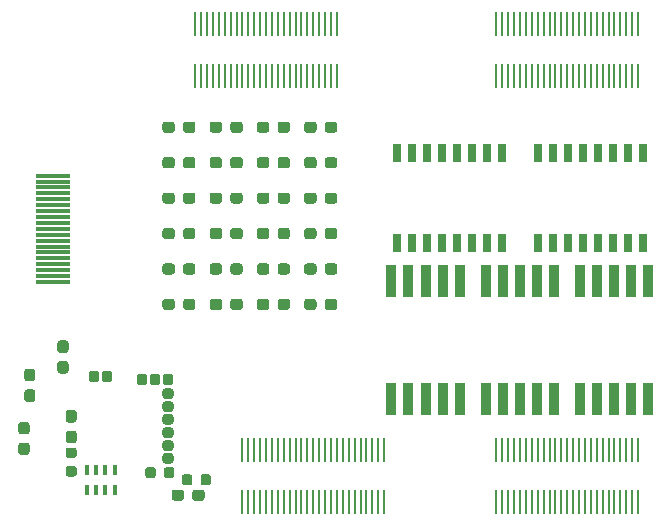
<source format=gbr>
G04 #@! TF.GenerationSoftware,KiCad,Pcbnew,(5.99.0-1662-g9db296991)*
G04 #@! TF.CreationDate,2020-05-15T17:50:03+05:30*
G04 #@! TF.ProjectId,Alchitry_IO_Shield,416c6368-6974-4727-995f-494f5f536869,rev?*
G04 #@! TF.SameCoordinates,Original*
G04 #@! TF.FileFunction,Paste,Top*
G04 #@! TF.FilePolarity,Positive*
%FSLAX46Y46*%
G04 Gerber Fmt 4.6, Leading zero omitted, Abs format (unit mm)*
G04 Created by KiCad (PCBNEW (5.99.0-1662-g9db296991)) date 2020-05-15 17:50:03*
%MOMM*%
%LPD*%
G01*
G04 APERTURE LIST*
%ADD10R,3.000000X0.300000*%
%ADD11R,0.760000X1.600000*%
%ADD12R,0.900000X2.800000*%
%ADD13R,0.250000X2.000000*%
%ADD14R,0.400000X0.900000*%
G04 APERTURE END LIST*
G36*
G01*
X24387500Y-43843750D02*
X24387500Y-44356250D01*
G75*
G02*
X24168750Y-44575000I-218750J0D01*
G01*
X23731250Y-44575000D01*
G75*
G02*
X23512500Y-44356250I0J218750D01*
G01*
X23512500Y-43843750D01*
G75*
G02*
X23731250Y-43625000I218750J0D01*
G01*
X24168750Y-43625000D01*
G75*
G02*
X24387500Y-43843750I0J-218750D01*
G01*
G37*
G36*
G01*
X25475000Y-43843750D02*
X25475000Y-44356250D01*
G75*
G02*
X25256250Y-44575000I-218750J0D01*
G01*
X24818750Y-44575000D01*
G75*
G02*
X24600000Y-44356250I0J218750D01*
G01*
X24600000Y-43843750D01*
G75*
G02*
X24818750Y-43625000I218750J0D01*
G01*
X25256250Y-43625000D01*
G75*
G02*
X25475000Y-43843750I0J-218750D01*
G01*
G37*
G36*
G01*
X30456250Y-50387500D02*
X29943750Y-50387500D01*
G75*
G02*
X29725000Y-50168750I0J218750D01*
G01*
X29725000Y-49731250D01*
G75*
G02*
X29943750Y-49512500I218750J0D01*
G01*
X30456250Y-49512500D01*
G75*
G02*
X30675000Y-49731250I0J-218750D01*
G01*
X30675000Y-50168750D01*
G75*
G02*
X30456250Y-50387500I-218750J0D01*
G01*
G37*
G36*
G01*
X29943750Y-48412500D02*
X30456250Y-48412500D01*
G75*
G02*
X30675000Y-48631250I0J-218750D01*
G01*
X30675000Y-49068750D01*
G75*
G02*
X30456250Y-49287500I-218750J0D01*
G01*
X29943750Y-49287500D01*
G75*
G02*
X29725000Y-49068750I0J218750D01*
G01*
X29725000Y-48631250D01*
G75*
G02*
X29943750Y-48412500I218750J0D01*
G01*
G37*
G36*
G01*
X30456250Y-51475000D02*
X29943750Y-51475000D01*
G75*
G02*
X29725000Y-51256250I0J218750D01*
G01*
X29725000Y-50818750D01*
G75*
G02*
X29943750Y-50600000I218750J0D01*
G01*
X30456250Y-50600000D01*
G75*
G02*
X30675000Y-50818750I0J-218750D01*
G01*
X30675000Y-51256250D01*
G75*
G02*
X30456250Y-51475000I-218750J0D01*
G01*
G37*
G36*
G01*
X30456250Y-47087500D02*
X29943750Y-47087500D01*
G75*
G02*
X29725000Y-46868750I0J218750D01*
G01*
X29725000Y-46431250D01*
G75*
G02*
X29943750Y-46212500I218750J0D01*
G01*
X30456250Y-46212500D01*
G75*
G02*
X30675000Y-46431250I0J-218750D01*
G01*
X30675000Y-46868750D01*
G75*
G02*
X30456250Y-47087500I-218750J0D01*
G01*
G37*
G36*
G01*
X29943750Y-45112500D02*
X30456250Y-45112500D01*
G75*
G02*
X30675000Y-45331250I0J-218750D01*
G01*
X30675000Y-45768750D01*
G75*
G02*
X30456250Y-45987500I-218750J0D01*
G01*
X29943750Y-45987500D01*
G75*
G02*
X29725000Y-45768750I0J218750D01*
G01*
X29725000Y-45331250D01*
G75*
G02*
X29943750Y-45112500I218750J0D01*
G01*
G37*
G36*
G01*
X30456250Y-48175000D02*
X29943750Y-48175000D01*
G75*
G02*
X29725000Y-47956250I0J218750D01*
G01*
X29725000Y-47518750D01*
G75*
G02*
X29943750Y-47300000I218750J0D01*
G01*
X30456250Y-47300000D01*
G75*
G02*
X30675000Y-47518750I0J-218750D01*
G01*
X30675000Y-47956250D01*
G75*
G02*
X30456250Y-48175000I-218750J0D01*
G01*
G37*
G36*
G01*
X28662500Y-44606250D02*
X28662500Y-44093750D01*
G75*
G02*
X28881250Y-43875000I218750J0D01*
G01*
X29318750Y-43875000D01*
G75*
G02*
X29537500Y-44093750I0J-218750D01*
G01*
X29537500Y-44606250D01*
G75*
G02*
X29318750Y-44825000I-218750J0D01*
G01*
X28881250Y-44825000D01*
G75*
G02*
X28662500Y-44606250I0J218750D01*
G01*
G37*
G36*
G01*
X30637500Y-44093750D02*
X30637500Y-44606250D01*
G75*
G02*
X30418750Y-44825000I-218750J0D01*
G01*
X29981250Y-44825000D01*
G75*
G02*
X29762500Y-44606250I0J218750D01*
G01*
X29762500Y-44093750D01*
G75*
G02*
X29981250Y-43875000I218750J0D01*
G01*
X30418750Y-43875000D01*
G75*
G02*
X30637500Y-44093750I0J-218750D01*
G01*
G37*
G36*
G01*
X27575000Y-44606250D02*
X27575000Y-44093750D01*
G75*
G02*
X27793750Y-43875000I218750J0D01*
G01*
X28231250Y-43875000D01*
G75*
G02*
X28450000Y-44093750I0J-218750D01*
G01*
X28450000Y-44606250D01*
G75*
G02*
X28231250Y-44825000I-218750J0D01*
G01*
X27793750Y-44825000D01*
G75*
G02*
X27575000Y-44606250I0J218750D01*
G01*
G37*
D10*
X20500000Y-34600000D03*
X20500000Y-35600000D03*
X20500000Y-36100000D03*
X20500000Y-35100000D03*
X20500000Y-33600000D03*
X20500000Y-34100000D03*
X20500000Y-27100000D03*
X20500000Y-33100000D03*
X20500000Y-32600000D03*
X20500000Y-29600000D03*
X20500000Y-32100000D03*
X20500000Y-31600000D03*
X20500000Y-31100000D03*
X20500000Y-30100000D03*
X20500000Y-29100000D03*
X20500000Y-28100000D03*
X20500000Y-27600000D03*
X20500000Y-28600000D03*
X20500000Y-30600000D03*
D11*
X49555000Y-32810000D03*
X58445000Y-25190000D03*
X50825000Y-32810000D03*
X57175000Y-25190000D03*
X52095000Y-32810000D03*
X55905000Y-25190000D03*
X53365000Y-32810000D03*
X54635000Y-25190000D03*
X54635000Y-32810000D03*
X53365000Y-25190000D03*
X55905000Y-32810000D03*
X52095000Y-25190000D03*
X57175000Y-32810000D03*
X50825000Y-25190000D03*
X58445000Y-32810000D03*
X49555000Y-25190000D03*
D12*
X49120000Y-36000000D03*
X50560000Y-36000000D03*
X52000000Y-36000000D03*
X53440000Y-36000000D03*
X54880000Y-36000000D03*
X54880000Y-46000000D03*
X53440000Y-46000000D03*
X52000000Y-46000000D03*
X50560000Y-46000000D03*
X49120000Y-46000000D03*
X57120000Y-36000000D03*
X58560000Y-36000000D03*
X60000000Y-36000000D03*
X61440000Y-36000000D03*
X62880000Y-36000000D03*
X62880000Y-46000000D03*
X61440000Y-46000000D03*
X60000000Y-46000000D03*
X58560000Y-46000000D03*
X57120000Y-46000000D03*
X65120000Y-36000000D03*
X66560000Y-36000000D03*
X68000000Y-36000000D03*
X69440000Y-36000000D03*
X70880000Y-36000000D03*
X70880000Y-46000000D03*
X69440000Y-46000000D03*
X68000000Y-46000000D03*
X66560000Y-46000000D03*
X65120000Y-46000000D03*
G36*
G01*
X29725000Y-23237500D02*
X29725000Y-22762500D01*
G75*
G02*
X29962500Y-22525000I237500J0D01*
G01*
X30537500Y-22525000D01*
G75*
G02*
X30775000Y-22762500I0J-237500D01*
G01*
X30775000Y-23237500D01*
G75*
G02*
X30537500Y-23475000I-237500J0D01*
G01*
X29962500Y-23475000D01*
G75*
G02*
X29725000Y-23237500I0J237500D01*
G01*
G37*
G36*
G01*
X31475000Y-23237500D02*
X31475000Y-22762500D01*
G75*
G02*
X31712500Y-22525000I237500J0D01*
G01*
X32287500Y-22525000D01*
G75*
G02*
X32525000Y-22762500I0J-237500D01*
G01*
X32525000Y-23237500D01*
G75*
G02*
X32287500Y-23475000I-237500J0D01*
G01*
X31712500Y-23475000D01*
G75*
G02*
X31475000Y-23237500I0J237500D01*
G01*
G37*
G36*
G01*
X33725000Y-23237500D02*
X33725000Y-22762500D01*
G75*
G02*
X33962500Y-22525000I237500J0D01*
G01*
X34537500Y-22525000D01*
G75*
G02*
X34775000Y-22762500I0J-237500D01*
G01*
X34775000Y-23237500D01*
G75*
G02*
X34537500Y-23475000I-237500J0D01*
G01*
X33962500Y-23475000D01*
G75*
G02*
X33725000Y-23237500I0J237500D01*
G01*
G37*
G36*
G01*
X35475000Y-23237500D02*
X35475000Y-22762500D01*
G75*
G02*
X35712500Y-22525000I237500J0D01*
G01*
X36287500Y-22525000D01*
G75*
G02*
X36525000Y-22762500I0J-237500D01*
G01*
X36525000Y-23237500D01*
G75*
G02*
X36287500Y-23475000I-237500J0D01*
G01*
X35712500Y-23475000D01*
G75*
G02*
X35475000Y-23237500I0J237500D01*
G01*
G37*
G36*
G01*
X37725000Y-23237500D02*
X37725000Y-22762500D01*
G75*
G02*
X37962500Y-22525000I237500J0D01*
G01*
X38537500Y-22525000D01*
G75*
G02*
X38775000Y-22762500I0J-237500D01*
G01*
X38775000Y-23237500D01*
G75*
G02*
X38537500Y-23475000I-237500J0D01*
G01*
X37962500Y-23475000D01*
G75*
G02*
X37725000Y-23237500I0J237500D01*
G01*
G37*
G36*
G01*
X39475000Y-23237500D02*
X39475000Y-22762500D01*
G75*
G02*
X39712500Y-22525000I237500J0D01*
G01*
X40287500Y-22525000D01*
G75*
G02*
X40525000Y-22762500I0J-237500D01*
G01*
X40525000Y-23237500D01*
G75*
G02*
X40287500Y-23475000I-237500J0D01*
G01*
X39712500Y-23475000D01*
G75*
G02*
X39475000Y-23237500I0J237500D01*
G01*
G37*
G36*
G01*
X41725000Y-23237500D02*
X41725000Y-22762500D01*
G75*
G02*
X41962500Y-22525000I237500J0D01*
G01*
X42537500Y-22525000D01*
G75*
G02*
X42775000Y-22762500I0J-237500D01*
G01*
X42775000Y-23237500D01*
G75*
G02*
X42537500Y-23475000I-237500J0D01*
G01*
X41962500Y-23475000D01*
G75*
G02*
X41725000Y-23237500I0J237500D01*
G01*
G37*
G36*
G01*
X43475000Y-23237500D02*
X43475000Y-22762500D01*
G75*
G02*
X43712500Y-22525000I237500J0D01*
G01*
X44287500Y-22525000D01*
G75*
G02*
X44525000Y-22762500I0J-237500D01*
G01*
X44525000Y-23237500D01*
G75*
G02*
X44287500Y-23475000I-237500J0D01*
G01*
X43712500Y-23475000D01*
G75*
G02*
X43475000Y-23237500I0J237500D01*
G01*
G37*
G36*
G01*
X29725000Y-26237500D02*
X29725000Y-25762500D01*
G75*
G02*
X29962500Y-25525000I237500J0D01*
G01*
X30537500Y-25525000D01*
G75*
G02*
X30775000Y-25762500I0J-237500D01*
G01*
X30775000Y-26237500D01*
G75*
G02*
X30537500Y-26475000I-237500J0D01*
G01*
X29962500Y-26475000D01*
G75*
G02*
X29725000Y-26237500I0J237500D01*
G01*
G37*
G36*
G01*
X31475000Y-26237500D02*
X31475000Y-25762500D01*
G75*
G02*
X31712500Y-25525000I237500J0D01*
G01*
X32287500Y-25525000D01*
G75*
G02*
X32525000Y-25762500I0J-237500D01*
G01*
X32525000Y-26237500D01*
G75*
G02*
X32287500Y-26475000I-237500J0D01*
G01*
X31712500Y-26475000D01*
G75*
G02*
X31475000Y-26237500I0J237500D01*
G01*
G37*
G36*
G01*
X33725000Y-26237500D02*
X33725000Y-25762500D01*
G75*
G02*
X33962500Y-25525000I237500J0D01*
G01*
X34537500Y-25525000D01*
G75*
G02*
X34775000Y-25762500I0J-237500D01*
G01*
X34775000Y-26237500D01*
G75*
G02*
X34537500Y-26475000I-237500J0D01*
G01*
X33962500Y-26475000D01*
G75*
G02*
X33725000Y-26237500I0J237500D01*
G01*
G37*
G36*
G01*
X35475000Y-26237500D02*
X35475000Y-25762500D01*
G75*
G02*
X35712500Y-25525000I237500J0D01*
G01*
X36287500Y-25525000D01*
G75*
G02*
X36525000Y-25762500I0J-237500D01*
G01*
X36525000Y-26237500D01*
G75*
G02*
X36287500Y-26475000I-237500J0D01*
G01*
X35712500Y-26475000D01*
G75*
G02*
X35475000Y-26237500I0J237500D01*
G01*
G37*
G36*
G01*
X37725000Y-26237500D02*
X37725000Y-25762500D01*
G75*
G02*
X37962500Y-25525000I237500J0D01*
G01*
X38537500Y-25525000D01*
G75*
G02*
X38775000Y-25762500I0J-237500D01*
G01*
X38775000Y-26237500D01*
G75*
G02*
X38537500Y-26475000I-237500J0D01*
G01*
X37962500Y-26475000D01*
G75*
G02*
X37725000Y-26237500I0J237500D01*
G01*
G37*
G36*
G01*
X39475000Y-26237500D02*
X39475000Y-25762500D01*
G75*
G02*
X39712500Y-25525000I237500J0D01*
G01*
X40287500Y-25525000D01*
G75*
G02*
X40525000Y-25762500I0J-237500D01*
G01*
X40525000Y-26237500D01*
G75*
G02*
X40287500Y-26475000I-237500J0D01*
G01*
X39712500Y-26475000D01*
G75*
G02*
X39475000Y-26237500I0J237500D01*
G01*
G37*
G36*
G01*
X41725000Y-26237500D02*
X41725000Y-25762500D01*
G75*
G02*
X41962500Y-25525000I237500J0D01*
G01*
X42537500Y-25525000D01*
G75*
G02*
X42775000Y-25762500I0J-237500D01*
G01*
X42775000Y-26237500D01*
G75*
G02*
X42537500Y-26475000I-237500J0D01*
G01*
X41962500Y-26475000D01*
G75*
G02*
X41725000Y-26237500I0J237500D01*
G01*
G37*
G36*
G01*
X43475000Y-26237500D02*
X43475000Y-25762500D01*
G75*
G02*
X43712500Y-25525000I237500J0D01*
G01*
X44287500Y-25525000D01*
G75*
G02*
X44525000Y-25762500I0J-237500D01*
G01*
X44525000Y-26237500D01*
G75*
G02*
X44287500Y-26475000I-237500J0D01*
G01*
X43712500Y-26475000D01*
G75*
G02*
X43475000Y-26237500I0J237500D01*
G01*
G37*
G36*
G01*
X29725000Y-29237500D02*
X29725000Y-28762500D01*
G75*
G02*
X29962500Y-28525000I237500J0D01*
G01*
X30537500Y-28525000D01*
G75*
G02*
X30775000Y-28762500I0J-237500D01*
G01*
X30775000Y-29237500D01*
G75*
G02*
X30537500Y-29475000I-237500J0D01*
G01*
X29962500Y-29475000D01*
G75*
G02*
X29725000Y-29237500I0J237500D01*
G01*
G37*
G36*
G01*
X31475000Y-29237500D02*
X31475000Y-28762500D01*
G75*
G02*
X31712500Y-28525000I237500J0D01*
G01*
X32287500Y-28525000D01*
G75*
G02*
X32525000Y-28762500I0J-237500D01*
G01*
X32525000Y-29237500D01*
G75*
G02*
X32287500Y-29475000I-237500J0D01*
G01*
X31712500Y-29475000D01*
G75*
G02*
X31475000Y-29237500I0J237500D01*
G01*
G37*
G36*
G01*
X33725000Y-29237500D02*
X33725000Y-28762500D01*
G75*
G02*
X33962500Y-28525000I237500J0D01*
G01*
X34537500Y-28525000D01*
G75*
G02*
X34775000Y-28762500I0J-237500D01*
G01*
X34775000Y-29237500D01*
G75*
G02*
X34537500Y-29475000I-237500J0D01*
G01*
X33962500Y-29475000D01*
G75*
G02*
X33725000Y-29237500I0J237500D01*
G01*
G37*
G36*
G01*
X35475000Y-29237500D02*
X35475000Y-28762500D01*
G75*
G02*
X35712500Y-28525000I237500J0D01*
G01*
X36287500Y-28525000D01*
G75*
G02*
X36525000Y-28762500I0J-237500D01*
G01*
X36525000Y-29237500D01*
G75*
G02*
X36287500Y-29475000I-237500J0D01*
G01*
X35712500Y-29475000D01*
G75*
G02*
X35475000Y-29237500I0J237500D01*
G01*
G37*
G36*
G01*
X37725000Y-29237500D02*
X37725000Y-28762500D01*
G75*
G02*
X37962500Y-28525000I237500J0D01*
G01*
X38537500Y-28525000D01*
G75*
G02*
X38775000Y-28762500I0J-237500D01*
G01*
X38775000Y-29237500D01*
G75*
G02*
X38537500Y-29475000I-237500J0D01*
G01*
X37962500Y-29475000D01*
G75*
G02*
X37725000Y-29237500I0J237500D01*
G01*
G37*
G36*
G01*
X39475000Y-29237500D02*
X39475000Y-28762500D01*
G75*
G02*
X39712500Y-28525000I237500J0D01*
G01*
X40287500Y-28525000D01*
G75*
G02*
X40525000Y-28762500I0J-237500D01*
G01*
X40525000Y-29237500D01*
G75*
G02*
X40287500Y-29475000I-237500J0D01*
G01*
X39712500Y-29475000D01*
G75*
G02*
X39475000Y-29237500I0J237500D01*
G01*
G37*
G36*
G01*
X41725000Y-29237500D02*
X41725000Y-28762500D01*
G75*
G02*
X41962500Y-28525000I237500J0D01*
G01*
X42537500Y-28525000D01*
G75*
G02*
X42775000Y-28762500I0J-237500D01*
G01*
X42775000Y-29237500D01*
G75*
G02*
X42537500Y-29475000I-237500J0D01*
G01*
X41962500Y-29475000D01*
G75*
G02*
X41725000Y-29237500I0J237500D01*
G01*
G37*
G36*
G01*
X43475000Y-29237500D02*
X43475000Y-28762500D01*
G75*
G02*
X43712500Y-28525000I237500J0D01*
G01*
X44287500Y-28525000D01*
G75*
G02*
X44525000Y-28762500I0J-237500D01*
G01*
X44525000Y-29237500D01*
G75*
G02*
X44287500Y-29475000I-237500J0D01*
G01*
X43712500Y-29475000D01*
G75*
G02*
X43475000Y-29237500I0J237500D01*
G01*
G37*
G36*
G01*
X29725000Y-32237500D02*
X29725000Y-31762500D01*
G75*
G02*
X29962500Y-31525000I237500J0D01*
G01*
X30537500Y-31525000D01*
G75*
G02*
X30775000Y-31762500I0J-237500D01*
G01*
X30775000Y-32237500D01*
G75*
G02*
X30537500Y-32475000I-237500J0D01*
G01*
X29962500Y-32475000D01*
G75*
G02*
X29725000Y-32237500I0J237500D01*
G01*
G37*
G36*
G01*
X31475000Y-32237500D02*
X31475000Y-31762500D01*
G75*
G02*
X31712500Y-31525000I237500J0D01*
G01*
X32287500Y-31525000D01*
G75*
G02*
X32525000Y-31762500I0J-237500D01*
G01*
X32525000Y-32237500D01*
G75*
G02*
X32287500Y-32475000I-237500J0D01*
G01*
X31712500Y-32475000D01*
G75*
G02*
X31475000Y-32237500I0J237500D01*
G01*
G37*
G36*
G01*
X33725000Y-32237500D02*
X33725000Y-31762500D01*
G75*
G02*
X33962500Y-31525000I237500J0D01*
G01*
X34537500Y-31525000D01*
G75*
G02*
X34775000Y-31762500I0J-237500D01*
G01*
X34775000Y-32237500D01*
G75*
G02*
X34537500Y-32475000I-237500J0D01*
G01*
X33962500Y-32475000D01*
G75*
G02*
X33725000Y-32237500I0J237500D01*
G01*
G37*
G36*
G01*
X35475000Y-32237500D02*
X35475000Y-31762500D01*
G75*
G02*
X35712500Y-31525000I237500J0D01*
G01*
X36287500Y-31525000D01*
G75*
G02*
X36525000Y-31762500I0J-237500D01*
G01*
X36525000Y-32237500D01*
G75*
G02*
X36287500Y-32475000I-237500J0D01*
G01*
X35712500Y-32475000D01*
G75*
G02*
X35475000Y-32237500I0J237500D01*
G01*
G37*
G36*
G01*
X37725000Y-32237500D02*
X37725000Y-31762500D01*
G75*
G02*
X37962500Y-31525000I237500J0D01*
G01*
X38537500Y-31525000D01*
G75*
G02*
X38775000Y-31762500I0J-237500D01*
G01*
X38775000Y-32237500D01*
G75*
G02*
X38537500Y-32475000I-237500J0D01*
G01*
X37962500Y-32475000D01*
G75*
G02*
X37725000Y-32237500I0J237500D01*
G01*
G37*
G36*
G01*
X39475000Y-32237500D02*
X39475000Y-31762500D01*
G75*
G02*
X39712500Y-31525000I237500J0D01*
G01*
X40287500Y-31525000D01*
G75*
G02*
X40525000Y-31762500I0J-237500D01*
G01*
X40525000Y-32237500D01*
G75*
G02*
X40287500Y-32475000I-237500J0D01*
G01*
X39712500Y-32475000D01*
G75*
G02*
X39475000Y-32237500I0J237500D01*
G01*
G37*
G36*
G01*
X41725000Y-32237500D02*
X41725000Y-31762500D01*
G75*
G02*
X41962500Y-31525000I237500J0D01*
G01*
X42537500Y-31525000D01*
G75*
G02*
X42775000Y-31762500I0J-237500D01*
G01*
X42775000Y-32237500D01*
G75*
G02*
X42537500Y-32475000I-237500J0D01*
G01*
X41962500Y-32475000D01*
G75*
G02*
X41725000Y-32237500I0J237500D01*
G01*
G37*
G36*
G01*
X43475000Y-32237500D02*
X43475000Y-31762500D01*
G75*
G02*
X43712500Y-31525000I237500J0D01*
G01*
X44287500Y-31525000D01*
G75*
G02*
X44525000Y-31762500I0J-237500D01*
G01*
X44525000Y-32237500D01*
G75*
G02*
X44287500Y-32475000I-237500J0D01*
G01*
X43712500Y-32475000D01*
G75*
G02*
X43475000Y-32237500I0J237500D01*
G01*
G37*
G36*
G01*
X29725000Y-35237500D02*
X29725000Y-34762500D01*
G75*
G02*
X29962500Y-34525000I237500J0D01*
G01*
X30537500Y-34525000D01*
G75*
G02*
X30775000Y-34762500I0J-237500D01*
G01*
X30775000Y-35237500D01*
G75*
G02*
X30537500Y-35475000I-237500J0D01*
G01*
X29962500Y-35475000D01*
G75*
G02*
X29725000Y-35237500I0J237500D01*
G01*
G37*
G36*
G01*
X31475000Y-35237500D02*
X31475000Y-34762500D01*
G75*
G02*
X31712500Y-34525000I237500J0D01*
G01*
X32287500Y-34525000D01*
G75*
G02*
X32525000Y-34762500I0J-237500D01*
G01*
X32525000Y-35237500D01*
G75*
G02*
X32287500Y-35475000I-237500J0D01*
G01*
X31712500Y-35475000D01*
G75*
G02*
X31475000Y-35237500I0J237500D01*
G01*
G37*
G36*
G01*
X33725000Y-35237500D02*
X33725000Y-34762500D01*
G75*
G02*
X33962500Y-34525000I237500J0D01*
G01*
X34537500Y-34525000D01*
G75*
G02*
X34775000Y-34762500I0J-237500D01*
G01*
X34775000Y-35237500D01*
G75*
G02*
X34537500Y-35475000I-237500J0D01*
G01*
X33962500Y-35475000D01*
G75*
G02*
X33725000Y-35237500I0J237500D01*
G01*
G37*
G36*
G01*
X35475000Y-35237500D02*
X35475000Y-34762500D01*
G75*
G02*
X35712500Y-34525000I237500J0D01*
G01*
X36287500Y-34525000D01*
G75*
G02*
X36525000Y-34762500I0J-237500D01*
G01*
X36525000Y-35237500D01*
G75*
G02*
X36287500Y-35475000I-237500J0D01*
G01*
X35712500Y-35475000D01*
G75*
G02*
X35475000Y-35237500I0J237500D01*
G01*
G37*
G36*
G01*
X37725000Y-35237500D02*
X37725000Y-34762500D01*
G75*
G02*
X37962500Y-34525000I237500J0D01*
G01*
X38537500Y-34525000D01*
G75*
G02*
X38775000Y-34762500I0J-237500D01*
G01*
X38775000Y-35237500D01*
G75*
G02*
X38537500Y-35475000I-237500J0D01*
G01*
X37962500Y-35475000D01*
G75*
G02*
X37725000Y-35237500I0J237500D01*
G01*
G37*
G36*
G01*
X39475000Y-35237500D02*
X39475000Y-34762500D01*
G75*
G02*
X39712500Y-34525000I237500J0D01*
G01*
X40287500Y-34525000D01*
G75*
G02*
X40525000Y-34762500I0J-237500D01*
G01*
X40525000Y-35237500D01*
G75*
G02*
X40287500Y-35475000I-237500J0D01*
G01*
X39712500Y-35475000D01*
G75*
G02*
X39475000Y-35237500I0J237500D01*
G01*
G37*
G36*
G01*
X41725000Y-35237500D02*
X41725000Y-34762500D01*
G75*
G02*
X41962500Y-34525000I237500J0D01*
G01*
X42537500Y-34525000D01*
G75*
G02*
X42775000Y-34762500I0J-237500D01*
G01*
X42775000Y-35237500D01*
G75*
G02*
X42537500Y-35475000I-237500J0D01*
G01*
X41962500Y-35475000D01*
G75*
G02*
X41725000Y-35237500I0J237500D01*
G01*
G37*
G36*
G01*
X43475000Y-35237500D02*
X43475000Y-34762500D01*
G75*
G02*
X43712500Y-34525000I237500J0D01*
G01*
X44287500Y-34525000D01*
G75*
G02*
X44525000Y-34762500I0J-237500D01*
G01*
X44525000Y-35237500D01*
G75*
G02*
X44287500Y-35475000I-237500J0D01*
G01*
X43712500Y-35475000D01*
G75*
G02*
X43475000Y-35237500I0J237500D01*
G01*
G37*
G36*
G01*
X29725000Y-38237500D02*
X29725000Y-37762500D01*
G75*
G02*
X29962500Y-37525000I237500J0D01*
G01*
X30537500Y-37525000D01*
G75*
G02*
X30775000Y-37762500I0J-237500D01*
G01*
X30775000Y-38237500D01*
G75*
G02*
X30537500Y-38475000I-237500J0D01*
G01*
X29962500Y-38475000D01*
G75*
G02*
X29725000Y-38237500I0J237500D01*
G01*
G37*
G36*
G01*
X31475000Y-38237500D02*
X31475000Y-37762500D01*
G75*
G02*
X31712500Y-37525000I237500J0D01*
G01*
X32287500Y-37525000D01*
G75*
G02*
X32525000Y-37762500I0J-237500D01*
G01*
X32525000Y-38237500D01*
G75*
G02*
X32287500Y-38475000I-237500J0D01*
G01*
X31712500Y-38475000D01*
G75*
G02*
X31475000Y-38237500I0J237500D01*
G01*
G37*
G36*
G01*
X33725000Y-38237500D02*
X33725000Y-37762500D01*
G75*
G02*
X33962500Y-37525000I237500J0D01*
G01*
X34537500Y-37525000D01*
G75*
G02*
X34775000Y-37762500I0J-237500D01*
G01*
X34775000Y-38237500D01*
G75*
G02*
X34537500Y-38475000I-237500J0D01*
G01*
X33962500Y-38475000D01*
G75*
G02*
X33725000Y-38237500I0J237500D01*
G01*
G37*
G36*
G01*
X35475000Y-38237500D02*
X35475000Y-37762500D01*
G75*
G02*
X35712500Y-37525000I237500J0D01*
G01*
X36287500Y-37525000D01*
G75*
G02*
X36525000Y-37762500I0J-237500D01*
G01*
X36525000Y-38237500D01*
G75*
G02*
X36287500Y-38475000I-237500J0D01*
G01*
X35712500Y-38475000D01*
G75*
G02*
X35475000Y-38237500I0J237500D01*
G01*
G37*
G36*
G01*
X37725000Y-38237500D02*
X37725000Y-37762500D01*
G75*
G02*
X37962500Y-37525000I237500J0D01*
G01*
X38537500Y-37525000D01*
G75*
G02*
X38775000Y-37762500I0J-237500D01*
G01*
X38775000Y-38237500D01*
G75*
G02*
X38537500Y-38475000I-237500J0D01*
G01*
X37962500Y-38475000D01*
G75*
G02*
X37725000Y-38237500I0J237500D01*
G01*
G37*
G36*
G01*
X39475000Y-38237500D02*
X39475000Y-37762500D01*
G75*
G02*
X39712500Y-37525000I237500J0D01*
G01*
X40287500Y-37525000D01*
G75*
G02*
X40525000Y-37762500I0J-237500D01*
G01*
X40525000Y-38237500D01*
G75*
G02*
X40287500Y-38475000I-237500J0D01*
G01*
X39712500Y-38475000D01*
G75*
G02*
X39475000Y-38237500I0J237500D01*
G01*
G37*
G36*
G01*
X41725000Y-38237500D02*
X41725000Y-37762500D01*
G75*
G02*
X41962500Y-37525000I237500J0D01*
G01*
X42537500Y-37525000D01*
G75*
G02*
X42775000Y-37762500I0J-237500D01*
G01*
X42775000Y-38237500D01*
G75*
G02*
X42537500Y-38475000I-237500J0D01*
G01*
X41962500Y-38475000D01*
G75*
G02*
X41725000Y-38237500I0J237500D01*
G01*
G37*
G36*
G01*
X43475000Y-38237500D02*
X43475000Y-37762500D01*
G75*
G02*
X43712500Y-37525000I237500J0D01*
G01*
X44287500Y-37525000D01*
G75*
G02*
X44525000Y-37762500I0J-237500D01*
G01*
X44525000Y-38237500D01*
G75*
G02*
X44287500Y-38475000I-237500J0D01*
G01*
X43712500Y-38475000D01*
G75*
G02*
X43475000Y-38237500I0J237500D01*
G01*
G37*
D13*
X41500000Y-50300000D03*
X42500000Y-50300000D03*
X45500000Y-54700000D03*
X39500000Y-54700000D03*
X46000000Y-54700000D03*
X47500000Y-54700000D03*
X42000000Y-54700000D03*
X42000000Y-50300000D03*
X46500000Y-54700000D03*
X38500000Y-54700000D03*
X45000000Y-54700000D03*
X47000000Y-54700000D03*
X37500000Y-54700000D03*
X48000000Y-54700000D03*
X48500000Y-54700000D03*
X41000000Y-54700000D03*
X40500000Y-54700000D03*
X41000000Y-50300000D03*
X40000000Y-54700000D03*
X37000000Y-54700000D03*
X38000000Y-54700000D03*
X41500000Y-54700000D03*
X39000000Y-54700000D03*
X36500000Y-54700000D03*
X58500000Y-18700000D03*
X65000000Y-14300000D03*
X58000000Y-14300000D03*
X69000000Y-18700000D03*
X39000000Y-50300000D03*
X36500000Y-50300000D03*
X63000000Y-14300000D03*
X64500000Y-14300000D03*
X40000000Y-50300000D03*
X63500000Y-18700000D03*
X44500000Y-50300000D03*
X46500000Y-50300000D03*
X67500000Y-18700000D03*
X60500000Y-18700000D03*
X39500000Y-50300000D03*
X64500000Y-18700000D03*
X45500000Y-50300000D03*
X61000000Y-18700000D03*
X65000000Y-18700000D03*
X65500000Y-18700000D03*
X63000000Y-18700000D03*
X62000000Y-14300000D03*
X59500000Y-14300000D03*
X47500000Y-50300000D03*
X48000000Y-50300000D03*
X64000000Y-18700000D03*
X66000000Y-18700000D03*
X66500000Y-18700000D03*
X61000000Y-14300000D03*
X65500000Y-14300000D03*
X58500000Y-14300000D03*
X67000000Y-18700000D03*
X68000000Y-18700000D03*
X38500000Y-50300000D03*
X46000000Y-50300000D03*
X47000000Y-50300000D03*
X45000000Y-50300000D03*
X59000000Y-14300000D03*
X60000000Y-18700000D03*
X37500000Y-50300000D03*
X58000000Y-18700000D03*
X40500000Y-50300000D03*
X70000000Y-18700000D03*
X38000000Y-50300000D03*
X59500000Y-18700000D03*
X37000000Y-50300000D03*
X60000000Y-14300000D03*
X62500000Y-14300000D03*
X43000000Y-50300000D03*
X48500000Y-50300000D03*
X68500000Y-18700000D03*
X61500000Y-18700000D03*
X43500000Y-50300000D03*
X44000000Y-50300000D03*
X63500000Y-14300000D03*
X64000000Y-14300000D03*
X69500000Y-18700000D03*
X60500000Y-14300000D03*
X62000000Y-18700000D03*
X61500000Y-14300000D03*
X59000000Y-18700000D03*
X62500000Y-18700000D03*
X41000000Y-14300000D03*
X34500000Y-18700000D03*
X40500000Y-14300000D03*
X41500000Y-18700000D03*
X36000000Y-18700000D03*
X35500000Y-18700000D03*
X43000000Y-18700000D03*
X38000000Y-18700000D03*
X66000000Y-14300000D03*
X35000000Y-18700000D03*
X40000000Y-14300000D03*
X34000000Y-18700000D03*
X42500000Y-18700000D03*
X36500000Y-18700000D03*
X39000000Y-14300000D03*
X66500000Y-14300000D03*
X33000000Y-14300000D03*
X67000000Y-14300000D03*
X40000000Y-18700000D03*
X33500000Y-18700000D03*
X33500000Y-14300000D03*
X41500000Y-14300000D03*
X42500000Y-14300000D03*
X44500000Y-14300000D03*
X67500000Y-14300000D03*
X68000000Y-14300000D03*
X44000000Y-18700000D03*
X68500000Y-14300000D03*
X38500000Y-18700000D03*
X35500000Y-14300000D03*
X39500000Y-14300000D03*
X37500000Y-14300000D03*
X69500000Y-14300000D03*
X34000000Y-14300000D03*
X69000000Y-14300000D03*
X70000000Y-14300000D03*
X40500000Y-18700000D03*
X42000000Y-14300000D03*
X37500000Y-18700000D03*
X43500000Y-18700000D03*
X33000000Y-18700000D03*
X37000000Y-14300000D03*
X41000000Y-18700000D03*
X39000000Y-18700000D03*
X39500000Y-18700000D03*
X42000000Y-18700000D03*
X38000000Y-14300000D03*
X32500000Y-18700000D03*
X35000000Y-14300000D03*
X44500000Y-18700000D03*
X38500000Y-14300000D03*
X36500000Y-14300000D03*
X34500000Y-14300000D03*
X32500000Y-14300000D03*
X43000000Y-14300000D03*
X44000000Y-14300000D03*
X36000000Y-14300000D03*
X43500000Y-14300000D03*
X37000000Y-18700000D03*
X69500000Y-54700000D03*
X60500000Y-54700000D03*
X67500000Y-54700000D03*
X67500000Y-50300000D03*
X68000000Y-54700000D03*
X63000000Y-54700000D03*
X64500000Y-54700000D03*
X58500000Y-54700000D03*
X63500000Y-50300000D03*
X65000000Y-50300000D03*
X61000000Y-50300000D03*
X44500000Y-54700000D03*
X65000000Y-54700000D03*
X58000000Y-50300000D03*
X66500000Y-54700000D03*
X65500000Y-54700000D03*
X59000000Y-50300000D03*
X66000000Y-54700000D03*
X68500000Y-54700000D03*
X69000000Y-54700000D03*
X68000000Y-50300000D03*
X62500000Y-54700000D03*
X70000000Y-54700000D03*
X63500000Y-54700000D03*
X62000000Y-50300000D03*
X61000000Y-54700000D03*
X69000000Y-50300000D03*
X69500000Y-50300000D03*
X70000000Y-50300000D03*
X64500000Y-50300000D03*
X43000000Y-54700000D03*
X66000000Y-50300000D03*
X58000000Y-54700000D03*
X68500000Y-50300000D03*
X61500000Y-54700000D03*
X65500000Y-50300000D03*
X64000000Y-50300000D03*
X59500000Y-50300000D03*
X66500000Y-50300000D03*
X62500000Y-50300000D03*
X67000000Y-50300000D03*
X43500000Y-54700000D03*
X63000000Y-50300000D03*
X60500000Y-50300000D03*
X62000000Y-54700000D03*
X60000000Y-54700000D03*
X59000000Y-54700000D03*
X60000000Y-50300000D03*
X58500000Y-50300000D03*
X42500000Y-54700000D03*
X44000000Y-54700000D03*
X61500000Y-50300000D03*
X59500000Y-54700000D03*
X64000000Y-54700000D03*
X67000000Y-54700000D03*
D11*
X61555000Y-32810000D03*
X70445000Y-25190000D03*
X62825000Y-32810000D03*
X69175000Y-25190000D03*
X64095000Y-32810000D03*
X67905000Y-25190000D03*
X65365000Y-32810000D03*
X66635000Y-25190000D03*
X66635000Y-32810000D03*
X65365000Y-25190000D03*
X67905000Y-32810000D03*
X64095000Y-25190000D03*
X69175000Y-32810000D03*
X62825000Y-25190000D03*
X70445000Y-32810000D03*
X61555000Y-25190000D03*
D14*
X24900000Y-52000000D03*
X24100000Y-52000000D03*
X25700000Y-52000000D03*
X23300000Y-52000000D03*
X25700000Y-53700000D03*
X24900000Y-53700000D03*
X24100000Y-53700000D03*
X23300000Y-53700000D03*
G36*
G01*
X31375000Y-53106250D02*
X31375000Y-52593750D01*
G75*
G02*
X31593750Y-52375000I218750J0D01*
G01*
X32031250Y-52375000D01*
G75*
G02*
X32250000Y-52593750I0J-218750D01*
G01*
X32250000Y-53106250D01*
G75*
G02*
X32031250Y-53325000I-218750J0D01*
G01*
X31593750Y-53325000D01*
G75*
G02*
X31375000Y-53106250I0J218750D01*
G01*
G37*
G36*
G01*
X32950000Y-53106250D02*
X32950000Y-52593750D01*
G75*
G02*
X33168750Y-52375000I218750J0D01*
G01*
X33606250Y-52375000D01*
G75*
G02*
X33825000Y-52593750I0J-218750D01*
G01*
X33825000Y-53106250D01*
G75*
G02*
X33606250Y-53325000I-218750J0D01*
G01*
X33168750Y-53325000D01*
G75*
G02*
X32950000Y-53106250I0J218750D01*
G01*
G37*
G36*
G01*
X28275000Y-52506250D02*
X28275000Y-51993750D01*
G75*
G02*
X28493750Y-51775000I218750J0D01*
G01*
X28931250Y-51775000D01*
G75*
G02*
X29150000Y-51993750I0J-218750D01*
G01*
X29150000Y-52506250D01*
G75*
G02*
X28931250Y-52725000I-218750J0D01*
G01*
X28493750Y-52725000D01*
G75*
G02*
X28275000Y-52506250I0J218750D01*
G01*
G37*
G36*
G01*
X29850000Y-52506250D02*
X29850000Y-51993750D01*
G75*
G02*
X30068750Y-51775000I218750J0D01*
G01*
X30506250Y-51775000D01*
G75*
G02*
X30725000Y-51993750I0J-218750D01*
G01*
X30725000Y-52506250D01*
G75*
G02*
X30506250Y-52725000I-218750J0D01*
G01*
X30068750Y-52725000D01*
G75*
G02*
X29850000Y-52506250I0J218750D01*
G01*
G37*
G36*
G01*
X22256250Y-52575000D02*
X21743750Y-52575000D01*
G75*
G02*
X21525000Y-52356250I0J218750D01*
G01*
X21525000Y-51918750D01*
G75*
G02*
X21743750Y-51700000I218750J0D01*
G01*
X22256250Y-51700000D01*
G75*
G02*
X22475000Y-51918750I0J-218750D01*
G01*
X22475000Y-52356250D01*
G75*
G02*
X22256250Y-52575000I-218750J0D01*
G01*
G37*
G36*
G01*
X22256250Y-51000000D02*
X21743750Y-51000000D01*
G75*
G02*
X21525000Y-50781250I0J218750D01*
G01*
X21525000Y-50343750D01*
G75*
G02*
X21743750Y-50125000I218750J0D01*
G01*
X22256250Y-50125000D01*
G75*
G02*
X22475000Y-50343750I0J-218750D01*
G01*
X22475000Y-50781250D01*
G75*
G02*
X22256250Y-51000000I-218750J0D01*
G01*
G37*
G36*
G01*
X21762500Y-46950000D02*
X22237500Y-46950000D01*
G75*
G02*
X22475000Y-47187500I0J-237500D01*
G01*
X22475000Y-47762500D01*
G75*
G02*
X22237500Y-48000000I-237500J0D01*
G01*
X21762500Y-48000000D01*
G75*
G02*
X21525000Y-47762500I0J237500D01*
G01*
X21525000Y-47187500D01*
G75*
G02*
X21762500Y-46950000I237500J0D01*
G01*
G37*
G36*
G01*
X21762500Y-48700000D02*
X22237500Y-48700000D01*
G75*
G02*
X22475000Y-48937500I0J-237500D01*
G01*
X22475000Y-49512500D01*
G75*
G02*
X22237500Y-49750000I-237500J0D01*
G01*
X21762500Y-49750000D01*
G75*
G02*
X21525000Y-49512500I0J237500D01*
G01*
X21525000Y-48937500D01*
G75*
G02*
X21762500Y-48700000I237500J0D01*
G01*
G37*
G36*
G01*
X30500000Y-54387500D02*
X30500000Y-53912500D01*
G75*
G02*
X30737500Y-53675000I237500J0D01*
G01*
X31312500Y-53675000D01*
G75*
G02*
X31550000Y-53912500I0J-237500D01*
G01*
X31550000Y-54387500D01*
G75*
G02*
X31312500Y-54625000I-237500J0D01*
G01*
X30737500Y-54625000D01*
G75*
G02*
X30500000Y-54387500I0J237500D01*
G01*
G37*
G36*
G01*
X32250000Y-54387500D02*
X32250000Y-53912500D01*
G75*
G02*
X32487500Y-53675000I237500J0D01*
G01*
X33062500Y-53675000D01*
G75*
G02*
X33300000Y-53912500I0J-237500D01*
G01*
X33300000Y-54387500D01*
G75*
G02*
X33062500Y-54625000I-237500J0D01*
G01*
X32487500Y-54625000D01*
G75*
G02*
X32250000Y-54387500I0J237500D01*
G01*
G37*
G36*
G01*
X21062500Y-41050000D02*
X21537500Y-41050000D01*
G75*
G02*
X21775000Y-41287500I0J-237500D01*
G01*
X21775000Y-41862500D01*
G75*
G02*
X21537500Y-42100000I-237500J0D01*
G01*
X21062500Y-42100000D01*
G75*
G02*
X20825000Y-41862500I0J237500D01*
G01*
X20825000Y-41287500D01*
G75*
G02*
X21062500Y-41050000I237500J0D01*
G01*
G37*
G36*
G01*
X21062500Y-42800000D02*
X21537500Y-42800000D01*
G75*
G02*
X21775000Y-43037500I0J-237500D01*
G01*
X21775000Y-43612500D01*
G75*
G02*
X21537500Y-43850000I-237500J0D01*
G01*
X21062500Y-43850000D01*
G75*
G02*
X20825000Y-43612500I0J237500D01*
G01*
X20825000Y-43037500D01*
G75*
G02*
X21062500Y-42800000I237500J0D01*
G01*
G37*
G36*
G01*
X18737500Y-46250000D02*
X18262500Y-46250000D01*
G75*
G02*
X18025000Y-46012500I0J237500D01*
G01*
X18025000Y-45437500D01*
G75*
G02*
X18262500Y-45200000I237500J0D01*
G01*
X18737500Y-45200000D01*
G75*
G02*
X18975000Y-45437500I0J-237500D01*
G01*
X18975000Y-46012500D01*
G75*
G02*
X18737500Y-46250000I-237500J0D01*
G01*
G37*
G36*
G01*
X18737500Y-44500000D02*
X18262500Y-44500000D01*
G75*
G02*
X18025000Y-44262500I0J237500D01*
G01*
X18025000Y-43687500D01*
G75*
G02*
X18262500Y-43450000I237500J0D01*
G01*
X18737500Y-43450000D01*
G75*
G02*
X18975000Y-43687500I0J-237500D01*
G01*
X18975000Y-44262500D01*
G75*
G02*
X18737500Y-44500000I-237500J0D01*
G01*
G37*
G36*
G01*
X18237500Y-49000000D02*
X17762500Y-49000000D01*
G75*
G02*
X17525000Y-48762500I0J237500D01*
G01*
X17525000Y-48187500D01*
G75*
G02*
X17762500Y-47950000I237500J0D01*
G01*
X18237500Y-47950000D01*
G75*
G02*
X18475000Y-48187500I0J-237500D01*
G01*
X18475000Y-48762500D01*
G75*
G02*
X18237500Y-49000000I-237500J0D01*
G01*
G37*
G36*
G01*
X18237500Y-50750000D02*
X17762500Y-50750000D01*
G75*
G02*
X17525000Y-50512500I0J237500D01*
G01*
X17525000Y-49937500D01*
G75*
G02*
X17762500Y-49700000I237500J0D01*
G01*
X18237500Y-49700000D01*
G75*
G02*
X18475000Y-49937500I0J-237500D01*
G01*
X18475000Y-50512500D01*
G75*
G02*
X18237500Y-50750000I-237500J0D01*
G01*
G37*
M02*

</source>
